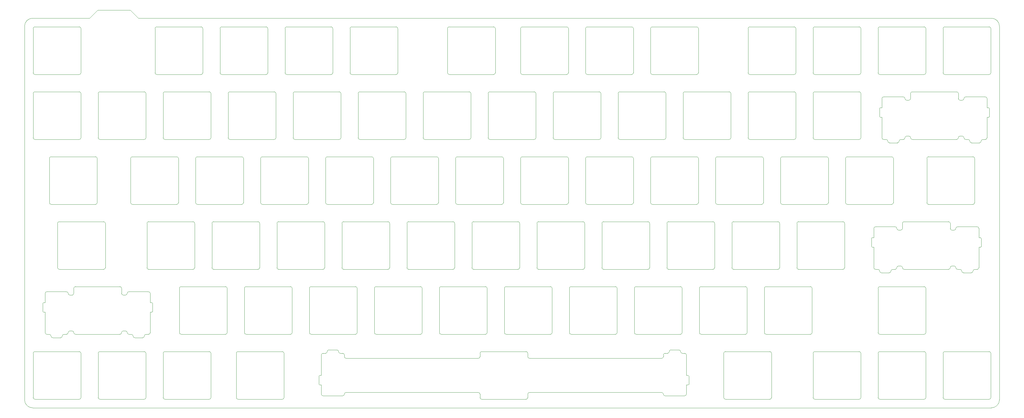
<source format=gm1>
G04 #@! TF.GenerationSoftware,KiCad,Pcbnew,(6.0.5-0)*
G04 #@! TF.CreationDate,2022-07-25T23:23:16+09:00*
G04 #@! TF.ProjectId,top-plate,746f702d-706c-4617-9465-2e6b69636164,rev?*
G04 #@! TF.SameCoordinates,Original*
G04 #@! TF.FileFunction,Profile,NP*
%FSLAX46Y46*%
G04 Gerber Fmt 4.6, Leading zero omitted, Abs format (unit mm)*
G04 Created by KiCad (PCBNEW (6.0.5-0)) date 2022-07-25 23:23:16*
%MOMM*%
%LPD*%
G01*
G04 APERTURE LIST*
G04 #@! TA.AperFunction,Profile*
%ADD10C,0.100000*%
G04 #@! TD*
G04 APERTURE END LIST*
D10*
X40481250Y-19050000D02*
X38100000Y-21431250D01*
X302418750Y-135731250D02*
X21431250Y-135731250D01*
X50006250Y-19050000D02*
X52387500Y-21431250D01*
X40481250Y-19050000D02*
X50006250Y-19050000D01*
X304800050Y-23812500D02*
G75*
G03*
X302418750Y-21431250I-2381350J-100D01*
G01*
X19050000Y-133350000D02*
X19050000Y-23812500D01*
X52387500Y-21431250D02*
X302418750Y-21431250D01*
X21431250Y-21431250D02*
X38100000Y-21431250D01*
X21431250Y-21431250D02*
G75*
G03*
X19050000Y-23812500I0J-2381250D01*
G01*
X19050000Y-133350000D02*
G75*
G03*
X21431250Y-135731250I2381250J0D01*
G01*
X304800000Y-23812500D02*
X304800000Y-133350000D01*
X302418750Y-135731200D02*
G75*
G03*
X304800000Y-133350000I-50J2381300D01*
G01*
X269225000Y-119706250D02*
X269225000Y-132697174D01*
X269725000Y-119206250D02*
X282725000Y-119206250D01*
X269725000Y-133197174D02*
X282725000Y-133206250D01*
X283225000Y-119706250D02*
X283225000Y-132706250D01*
X282725000Y-133206250D02*
G75*
G03*
X283225000Y-132706250I0J500000D01*
G01*
X283225000Y-119706250D02*
G75*
G03*
X282725000Y-119206250I-500000J0D01*
G01*
X269725000Y-119206250D02*
G75*
G03*
X269225000Y-119706250I1J-500001D01*
G01*
X269225000Y-132697174D02*
G75*
G03*
X269725000Y-133197174I500001J1D01*
G01*
X223981250Y-119706250D02*
X223981250Y-132697174D01*
X224481250Y-133197174D02*
X237481250Y-133206250D01*
X224481250Y-119206250D02*
X237481250Y-119206250D01*
X237981250Y-119706250D02*
X237981250Y-132706250D01*
X237481250Y-133206250D02*
G75*
G03*
X237981250Y-132706250I0J500000D01*
G01*
X237981250Y-119706250D02*
G75*
G03*
X237481250Y-119206250I-500000J0D01*
G01*
X224481250Y-119206250D02*
G75*
G03*
X223981250Y-119706250I1J-500001D01*
G01*
X223981250Y-132697174D02*
G75*
G03*
X224481250Y-133197174I500001J1D01*
G01*
X83487500Y-100656250D02*
X83487500Y-113647174D01*
X83987500Y-100156250D02*
X96987500Y-100156250D01*
X97487500Y-100656250D02*
X97487500Y-113656250D01*
X83987500Y-114147174D02*
X96987500Y-114156250D01*
X96987500Y-114156250D02*
G75*
G03*
X97487500Y-113656250I0J500000D01*
G01*
X83487500Y-113647174D02*
G75*
G03*
X83987500Y-114147174I500001J1D01*
G01*
X83987500Y-100156250D02*
G75*
G03*
X83487500Y-100656250I1J-500001D01*
G01*
X97487500Y-100656250D02*
G75*
G03*
X96987500Y-100156250I-500000J0D01*
G01*
X93012500Y-81606250D02*
X93012500Y-94597174D01*
X107012500Y-81606250D02*
X107012500Y-94606250D01*
X93512500Y-81106250D02*
X106512500Y-81106250D01*
X93512500Y-95097174D02*
X106512500Y-95106250D01*
X93512500Y-81106250D02*
G75*
G03*
X93012500Y-81606250I1J-500001D01*
G01*
X106512500Y-95106250D02*
G75*
G03*
X107012500Y-94606250I0J500000D01*
G01*
X107012500Y-81606250D02*
G75*
G03*
X106512500Y-81106250I-500000J0D01*
G01*
X93012500Y-94597174D02*
G75*
G03*
X93512500Y-95097174I500001J1D01*
G01*
X187975000Y-43506250D02*
X187975000Y-56506250D01*
X173975000Y-43506250D02*
X173975000Y-56497174D01*
X174475000Y-43006250D02*
X187475000Y-43006250D01*
X174475000Y-56997174D02*
X187475000Y-57006250D01*
X174475000Y-43006250D02*
G75*
G03*
X173975000Y-43506250I1J-500001D01*
G01*
X187975000Y-43506250D02*
G75*
G03*
X187475000Y-43006250I-500000J0D01*
G01*
X187475000Y-57006250D02*
G75*
G03*
X187975000Y-56506250I0J500000D01*
G01*
X173975000Y-56497174D02*
G75*
G03*
X174475000Y-56997174I500001J1D01*
G01*
X231625000Y-56997174D02*
X244625000Y-57006250D01*
X231625000Y-43006250D02*
X244625000Y-43006250D01*
X231125000Y-43506250D02*
X231125000Y-56497174D01*
X245125000Y-43506250D02*
X245125000Y-56506250D01*
X245125000Y-43506250D02*
G75*
G03*
X244625000Y-43006250I-500000J0D01*
G01*
X231125000Y-56497174D02*
G75*
G03*
X231625000Y-56997174I500001J1D01*
G01*
X244625000Y-57006250D02*
G75*
G03*
X245125000Y-56506250I0J500000D01*
G01*
X231625000Y-43006250D02*
G75*
G03*
X231125000Y-43506250I1J-500001D01*
G01*
X288775000Y-37947174D02*
X301775000Y-37956250D01*
X288775000Y-23956250D02*
X301775000Y-23956250D01*
X288275000Y-24456250D02*
X288275000Y-37447174D01*
X302275000Y-24456250D02*
X302275000Y-37456250D01*
X301775000Y-37956250D02*
G75*
G03*
X302275000Y-37456250I0J500000D01*
G01*
X302275000Y-24456250D02*
G75*
G03*
X301775000Y-23956250I-500000J0D01*
G01*
X288275000Y-37447174D02*
G75*
G03*
X288775000Y-37947174I500001J1D01*
G01*
X288775000Y-23956250D02*
G75*
G03*
X288275000Y-24456250I1J-500001D01*
G01*
X288275000Y-119706250D02*
X288275000Y-132697174D01*
X302275000Y-119706250D02*
X302275000Y-132706250D01*
X288775000Y-133197174D02*
X301775000Y-133206250D01*
X288775000Y-119206250D02*
X301775000Y-119206250D01*
X301775000Y-133206250D02*
G75*
G03*
X302275000Y-132706250I0J500000D01*
G01*
X288275000Y-132697174D02*
G75*
G03*
X288775000Y-133197174I500001J1D01*
G01*
X288775000Y-119206250D02*
G75*
G03*
X288275000Y-119706250I1J-500001D01*
G01*
X302275000Y-119706250D02*
G75*
G03*
X301775000Y-119206250I-500000J0D01*
G01*
X98275000Y-43006250D02*
X111275000Y-43006250D01*
X97775000Y-43506250D02*
X97775000Y-56497174D01*
X111775000Y-43506250D02*
X111775000Y-56506250D01*
X98275000Y-56997174D02*
X111275000Y-57006250D01*
X111275000Y-57006250D02*
G75*
G03*
X111775000Y-56506250I0J500000D01*
G01*
X111775000Y-43506250D02*
G75*
G03*
X111275000Y-43006250I-500000J0D01*
G01*
X98275000Y-43006250D02*
G75*
G03*
X97775000Y-43506250I1J-500001D01*
G01*
X97775000Y-56497174D02*
G75*
G03*
X98275000Y-56997174I500001J1D01*
G01*
X128443750Y-24456250D02*
X128443750Y-37456250D01*
X114943750Y-23956250D02*
X127943750Y-23956250D01*
X114943750Y-37947174D02*
X127943750Y-37956250D01*
X114443750Y-24456250D02*
X114443750Y-37447174D01*
X114443750Y-37447174D02*
G75*
G03*
X114943750Y-37947174I500001J1D01*
G01*
X127943750Y-37956250D02*
G75*
G03*
X128443750Y-37456250I0J500000D01*
G01*
X114943750Y-23956250D02*
G75*
G03*
X114443750Y-24456250I1J-500001D01*
G01*
X128443750Y-24456250D02*
G75*
G03*
X127943750Y-23956250I-500000J0D01*
G01*
X88250000Y-62556250D02*
X88250000Y-75547174D01*
X102250000Y-62556250D02*
X102250000Y-75556250D01*
X88750000Y-76047174D02*
X101750000Y-76056250D01*
X88750000Y-62056250D02*
X101750000Y-62056250D01*
X88250000Y-75547174D02*
G75*
G03*
X88750000Y-76047174I500001J1D01*
G01*
X102250000Y-62556250D02*
G75*
G03*
X101750000Y-62056250I-500000J0D01*
G01*
X88750000Y-62056250D02*
G75*
G03*
X88250000Y-62556250I1J-500001D01*
G01*
X101750000Y-76056250D02*
G75*
G03*
X102250000Y-75556250I0J500000D01*
G01*
X217337500Y-100156250D02*
X230337500Y-100156250D01*
X217337500Y-114147174D02*
X230337500Y-114156250D01*
X216837500Y-100656250D02*
X216837500Y-113647174D01*
X230837500Y-100656250D02*
X230837500Y-113656250D01*
X230337500Y-114156250D02*
G75*
G03*
X230837500Y-113656250I0J500000D01*
G01*
X217337500Y-100156250D02*
G75*
G03*
X216837500Y-100656250I1J-500001D01*
G01*
X216837500Y-113647174D02*
G75*
G03*
X217337500Y-114147174I500001J1D01*
G01*
X230837500Y-100656250D02*
G75*
G03*
X230337500Y-100156250I-500000J0D01*
G01*
X57293750Y-24456250D02*
X57293750Y-37447174D01*
X71293750Y-24456250D02*
X71293750Y-37456250D01*
X57793750Y-37947174D02*
X70793750Y-37956250D01*
X57793750Y-23956250D02*
X70793750Y-23956250D01*
X57793750Y-23956250D02*
G75*
G03*
X57293750Y-24456250I1J-500001D01*
G01*
X70793750Y-37956250D02*
G75*
G03*
X71293750Y-37456250I0J500000D01*
G01*
X57293750Y-37447174D02*
G75*
G03*
X57793750Y-37947174I500001J1D01*
G01*
X71293750Y-24456250D02*
G75*
G03*
X70793750Y-23956250I-500000J0D01*
G01*
X168925000Y-43506250D02*
X168925000Y-56506250D01*
X155425000Y-43006250D02*
X168425000Y-43006250D01*
X155425000Y-56997174D02*
X168425000Y-57006250D01*
X154925000Y-43506250D02*
X154925000Y-56497174D01*
X154925000Y-56497174D02*
G75*
G03*
X155425000Y-56997174I500001J1D01*
G01*
X168925000Y-43506250D02*
G75*
G03*
X168425000Y-43006250I-500000J0D01*
G01*
X155425000Y-43006250D02*
G75*
G03*
X154925000Y-43506250I1J-500001D01*
G01*
X168425000Y-57006250D02*
G75*
G03*
X168925000Y-56506250I0J500000D01*
G01*
X141137500Y-100156250D02*
X154137500Y-100156250D01*
X140637500Y-100656250D02*
X140637500Y-113647174D01*
X141137500Y-114147174D02*
X154137500Y-114156250D01*
X154637500Y-100656250D02*
X154637500Y-113656250D01*
X154137500Y-114156250D02*
G75*
G03*
X154637500Y-113656250I0J500000D01*
G01*
X141137500Y-100156250D02*
G75*
G03*
X140637500Y-100656250I1J-500001D01*
G01*
X140637500Y-113647174D02*
G75*
G03*
X141137500Y-114147174I500001J1D01*
G01*
X154637500Y-100656250D02*
G75*
G03*
X154137500Y-100156250I-500000J0D01*
G01*
X226862500Y-95097174D02*
X239862500Y-95106250D01*
X226862500Y-81106250D02*
X239862500Y-81106250D01*
X226362500Y-81606250D02*
X226362500Y-94597174D01*
X240362500Y-81606250D02*
X240362500Y-94606250D01*
X226362500Y-94597174D02*
G75*
G03*
X226862500Y-95097174I500001J1D01*
G01*
X240362500Y-81606250D02*
G75*
G03*
X239862500Y-81106250I-500000J0D01*
G01*
X239862500Y-95106250D02*
G75*
G03*
X240362500Y-94606250I0J500000D01*
G01*
X226862500Y-81106250D02*
G75*
G03*
X226362500Y-81606250I1J-500001D01*
G01*
X250675000Y-119206250D02*
X263675000Y-119206250D01*
X250675000Y-133197174D02*
X263675000Y-133206250D01*
X264175000Y-119706250D02*
X264175000Y-132706250D01*
X250175000Y-119706250D02*
X250175000Y-132697174D01*
X263675000Y-133206250D02*
G75*
G03*
X264175000Y-132706250I0J500000D01*
G01*
X264175000Y-119706250D02*
G75*
G03*
X263675000Y-119206250I-500000J0D01*
G01*
X250675000Y-119206250D02*
G75*
G03*
X250175000Y-119706250I1J-500001D01*
G01*
X250175000Y-132697174D02*
G75*
G03*
X250675000Y-133197174I500001J1D01*
G01*
X169712500Y-95097174D02*
X182712500Y-95106250D01*
X169712500Y-81106250D02*
X182712500Y-81106250D01*
X183212500Y-81606250D02*
X183212500Y-94606250D01*
X169212500Y-81606250D02*
X169212500Y-94597174D01*
X183212500Y-81606250D02*
G75*
G03*
X182712500Y-81106250I-500000J0D01*
G01*
X182712500Y-95106250D02*
G75*
G03*
X183212500Y-94606250I0J500000D01*
G01*
X169712500Y-81106250D02*
G75*
G03*
X169212500Y-81606250I1J-500001D01*
G01*
X169212500Y-94597174D02*
G75*
G03*
X169712500Y-95097174I500001J1D01*
G01*
X231625000Y-23956250D02*
X244625000Y-23956250D01*
X245125000Y-24456250D02*
X245125000Y-37456250D01*
X231625000Y-37947174D02*
X244625000Y-37956250D01*
X231125000Y-24456250D02*
X231125000Y-37447174D01*
X231625000Y-23956250D02*
G75*
G03*
X231125000Y-24456250I1J-500001D01*
G01*
X231125000Y-37447174D02*
G75*
G03*
X231625000Y-37947174I500001J1D01*
G01*
X245125000Y-24456250D02*
G75*
G03*
X244625000Y-23956250I-500000J0D01*
G01*
X244625000Y-37956250D02*
G75*
G03*
X245125000Y-37456250I0J500000D01*
G01*
X145900000Y-62056250D02*
X158900000Y-62056250D01*
X145400000Y-62556250D02*
X145400000Y-75547174D01*
X159400000Y-62556250D02*
X159400000Y-75556250D01*
X145900000Y-76047174D02*
X158900000Y-76056250D01*
X145400000Y-75547174D02*
G75*
G03*
X145900000Y-76047174I500001J1D01*
G01*
X159400000Y-62556250D02*
G75*
G03*
X158900000Y-62056250I-500000J0D01*
G01*
X158900000Y-76056250D02*
G75*
G03*
X159400000Y-75556250I0J500000D01*
G01*
X145900000Y-62056250D02*
G75*
G03*
X145400000Y-62556250I1J-500001D01*
G01*
X267968749Y-88606237D02*
X267968749Y-94606237D01*
X291518749Y-83606237D02*
X290868749Y-83606237D01*
X296543749Y-96106237D02*
X294243749Y-96106237D01*
X290368749Y-81606237D02*
X290368749Y-83106237D01*
X267968749Y-83106237D02*
X267968749Y-85806237D01*
X275218749Y-83606237D02*
X275868749Y-83606237D01*
X276868749Y-81106237D02*
X289868749Y-81106237D01*
X270193749Y-96106237D02*
X272493749Y-96106237D01*
X298768749Y-83106237D02*
X298768749Y-85806237D01*
X276868749Y-95106237D02*
X289868749Y-95106237D01*
X299468749Y-86006237D02*
X299468749Y-88406237D01*
X298768749Y-88606237D02*
X298768749Y-94606237D01*
X268468749Y-95106237D02*
X269193749Y-95106237D01*
X298268749Y-95106237D02*
X297543749Y-95106237D01*
X298268749Y-82606237D02*
X292518749Y-82606237D01*
X273493749Y-95106237D02*
X274218749Y-95106237D01*
X267268749Y-86006237D02*
X267268749Y-88406237D01*
X291518749Y-94106237D02*
X290868749Y-94106237D01*
X299268749Y-88606237D02*
X298768749Y-88606237D01*
X268468749Y-82606237D02*
X274218749Y-82606237D01*
X267468749Y-85806237D02*
X267968749Y-85806237D01*
X275218749Y-94106237D02*
X275868749Y-94106237D01*
X299268749Y-85806237D02*
X298768749Y-85806237D01*
X293243749Y-95106237D02*
X292518749Y-95106237D01*
X267468749Y-88606237D02*
X267968749Y-88606237D01*
X276368749Y-81606237D02*
X276368749Y-83106237D01*
X276868749Y-81106237D02*
G75*
G03*
X276368749Y-81606237I1J-500001D01*
G01*
X290368763Y-83106237D02*
G75*
G03*
X290868749Y-83606237I499987J-13D01*
G01*
X274718749Y-83106237D02*
G75*
G03*
X274218749Y-82606237I-500001J-1D01*
G01*
X292518749Y-82606249D02*
G75*
G03*
X292018749Y-83106237I1J-500001D01*
G01*
X298268749Y-95106249D02*
G75*
G03*
X298768749Y-94606237I1J499999D01*
G01*
X267468749Y-85806237D02*
G75*
G03*
X267268749Y-86006237I1J-200001D01*
G01*
X269693749Y-95606237D02*
G75*
G03*
X269193749Y-95106237I-500001J-1D01*
G01*
X267268749Y-88406237D02*
G75*
G03*
X267468749Y-88606237I200001J1D01*
G01*
X290368763Y-81606237D02*
G75*
G03*
X289868749Y-81106237I-500013J-13D01*
G01*
X274718749Y-83106237D02*
G75*
G03*
X275218749Y-83606237I500001J1D01*
G01*
X273493749Y-95106237D02*
G75*
G03*
X272993749Y-95606237I1J-500001D01*
G01*
X293743763Y-95606237D02*
G75*
G03*
X293243749Y-95106237I-500013J-13D01*
G01*
X275868749Y-83606237D02*
G75*
G03*
X276368749Y-83106237I-1J500001D01*
G01*
X289868749Y-95106249D02*
G75*
G03*
X290368749Y-94606237I1J499999D01*
G01*
X298768763Y-83106237D02*
G75*
G03*
X298268749Y-82606237I-500013J-13D01*
G01*
X296543749Y-96106249D02*
G75*
G03*
X297043749Y-95606237I1J499999D01*
G01*
X269693749Y-95606237D02*
G75*
G03*
X270193749Y-96106237I500001J1D01*
G01*
X275218749Y-94106237D02*
G75*
G03*
X274718749Y-94606237I1J-500001D01*
G01*
X274218749Y-95106237D02*
G75*
G03*
X274718749Y-94606237I-1J500001D01*
G01*
X290868749Y-94106249D02*
G75*
G03*
X290368749Y-94606237I1J-500001D01*
G01*
X268468749Y-82606237D02*
G75*
G03*
X267968749Y-83106237I1J-500001D01*
G01*
X299268749Y-88606249D02*
G75*
G03*
X299468749Y-88406237I1J199999D01*
G01*
X272493749Y-96106237D02*
G75*
G03*
X272993749Y-95606237I-1J500001D01*
G01*
X292018763Y-94606237D02*
G75*
G03*
X292518749Y-95106237I499987J-13D01*
G01*
X297543749Y-95106249D02*
G75*
G03*
X297043749Y-95606237I1J-500001D01*
G01*
X267968749Y-94606237D02*
G75*
G03*
X268468749Y-95106237I500001J1D01*
G01*
X276368749Y-94606237D02*
G75*
G03*
X275868749Y-94106237I-500001J-1D01*
G01*
X292018763Y-94606237D02*
G75*
G03*
X291518749Y-94106237I-500013J-13D01*
G01*
X291518749Y-83606249D02*
G75*
G03*
X292018749Y-83106237I1J499999D01*
G01*
X276368749Y-94606237D02*
G75*
G03*
X276868749Y-95106237I500001J1D01*
G01*
X299468763Y-86006237D02*
G75*
G03*
X299268749Y-85806237I-200013J-13D01*
G01*
X293743763Y-95606237D02*
G75*
G03*
X294243749Y-96106237I499987J-13D01*
G01*
X150162500Y-81606250D02*
X150162500Y-94597174D01*
X150662500Y-81106250D02*
X163662500Y-81106250D01*
X150662500Y-95097174D02*
X163662500Y-95106250D01*
X164162500Y-81606250D02*
X164162500Y-94606250D01*
X163662500Y-95106250D02*
G75*
G03*
X164162500Y-94606250I0J500000D01*
G01*
X164162500Y-81606250D02*
G75*
G03*
X163662500Y-81106250I-500000J0D01*
G01*
X150162500Y-94597174D02*
G75*
G03*
X150662500Y-95097174I500001J1D01*
G01*
X150662500Y-81106250D02*
G75*
G03*
X150162500Y-81606250I1J-500001D01*
G01*
X92725000Y-43506250D02*
X92725000Y-56506250D01*
X79225000Y-43006250D02*
X92225000Y-43006250D01*
X79225000Y-56997174D02*
X92225000Y-57006250D01*
X78725000Y-43506250D02*
X78725000Y-56497174D01*
X78725000Y-56497174D02*
G75*
G03*
X79225000Y-56997174I500001J1D01*
G01*
X79225000Y-43006250D02*
G75*
G03*
X78725000Y-43506250I1J-500001D01*
G01*
X92225000Y-57006250D02*
G75*
G03*
X92725000Y-56506250I0J500000D01*
G01*
X92725000Y-43506250D02*
G75*
G03*
X92225000Y-43006250I-500000J0D01*
G01*
X21575000Y-24456250D02*
X21575000Y-37447174D01*
X35575000Y-24456250D02*
X35575000Y-37456250D01*
X22075000Y-23956250D02*
X35075000Y-23956250D01*
X22075000Y-37947174D02*
X35075000Y-37956250D01*
X22075000Y-23956250D02*
G75*
G03*
X21575000Y-24456250I1J-500001D01*
G01*
X35075000Y-37956250D02*
G75*
G03*
X35575000Y-37456250I0J500000D01*
G01*
X35575000Y-24456250D02*
G75*
G03*
X35075000Y-23956250I-500000J0D01*
G01*
X21575000Y-37447174D02*
G75*
G03*
X22075000Y-37947174I500001J1D01*
G01*
X95393750Y-24456250D02*
X95393750Y-37447174D01*
X95893750Y-23956250D02*
X108893750Y-23956250D01*
X95893750Y-37947174D02*
X108893750Y-37956250D01*
X109393750Y-24456250D02*
X109393750Y-37456250D01*
X95893750Y-23956250D02*
G75*
G03*
X95393750Y-24456250I1J-500001D01*
G01*
X109393750Y-24456250D02*
G75*
G03*
X108893750Y-23956250I-500000J0D01*
G01*
X108893750Y-37956250D02*
G75*
G03*
X109393750Y-37456250I0J500000D01*
G01*
X95393750Y-37447174D02*
G75*
G03*
X95893750Y-37947174I500001J1D01*
G01*
X73675000Y-119706250D02*
X73675000Y-132706250D01*
X60175000Y-133197174D02*
X73175000Y-133206250D01*
X60175000Y-119206250D02*
X73175000Y-119206250D01*
X59675000Y-119706250D02*
X59675000Y-132697174D01*
X60175000Y-119206250D02*
G75*
G03*
X59675000Y-119706250I1J-500001D01*
G01*
X73175000Y-133206250D02*
G75*
G03*
X73675000Y-132706250I0J500000D01*
G01*
X59675000Y-132697174D02*
G75*
G03*
X60175000Y-133197174I500001J1D01*
G01*
X73675000Y-119706250D02*
G75*
G03*
X73175000Y-119206250I-500000J0D01*
G01*
X40337500Y-62556250D02*
X40337500Y-75556250D01*
X26337500Y-62556250D02*
X26337500Y-75547174D01*
X26837500Y-76047174D02*
X39837500Y-76056250D01*
X26837500Y-62056250D02*
X39837500Y-62056250D01*
X40337500Y-62556250D02*
G75*
G03*
X39837500Y-62056250I-500000J0D01*
G01*
X26837500Y-62056250D02*
G75*
G03*
X26337500Y-62556250I1J-500001D01*
G01*
X39837500Y-76056250D02*
G75*
G03*
X40337500Y-75556250I0J500000D01*
G01*
X26337500Y-75547174D02*
G75*
G03*
X26837500Y-76047174I500001J1D01*
G01*
X126850000Y-62056250D02*
X139850000Y-62056250D01*
X126350000Y-62556250D02*
X126350000Y-75547174D01*
X140350000Y-62556250D02*
X140350000Y-75556250D01*
X126850000Y-76047174D02*
X139850000Y-76056250D01*
X126350000Y-75547174D02*
G75*
G03*
X126850000Y-76047174I500001J1D01*
G01*
X126850000Y-62056250D02*
G75*
G03*
X126350000Y-62556250I1J-500001D01*
G01*
X139850000Y-76056250D02*
G75*
G03*
X140350000Y-75556250I0J500000D01*
G01*
X140350000Y-62556250D02*
G75*
G03*
X139850000Y-62056250I-500000J0D01*
G01*
X81606250Y-119206250D02*
X94606250Y-119206250D01*
X95106250Y-119706250D02*
X95106250Y-132706250D01*
X81106250Y-119706250D02*
X81106250Y-132697174D01*
X81606250Y-133197174D02*
X94606250Y-133206250D01*
X81606250Y-119206250D02*
G75*
G03*
X81106250Y-119706250I1J-500001D01*
G01*
X94606250Y-133206250D02*
G75*
G03*
X95106250Y-132706250I0J500000D01*
G01*
X81106250Y-132697174D02*
G75*
G03*
X81606250Y-133197174I500001J1D01*
G01*
X95106250Y-119706250D02*
G75*
G03*
X94606250Y-119206250I-500000J0D01*
G01*
X126062500Y-81606250D02*
X126062500Y-94606250D01*
X112562500Y-95097174D02*
X125562500Y-95106250D01*
X112062500Y-81606250D02*
X112062500Y-94597174D01*
X112562500Y-81106250D02*
X125562500Y-81106250D01*
X112562500Y-81106250D02*
G75*
G03*
X112062500Y-81606250I1J-500001D01*
G01*
X125562500Y-95106250D02*
G75*
G03*
X126062500Y-94606250I0J500000D01*
G01*
X126062500Y-81606250D02*
G75*
G03*
X125562500Y-81106250I-500000J0D01*
G01*
X112062500Y-94597174D02*
G75*
G03*
X112562500Y-95097174I500001J1D01*
G01*
X29218750Y-95097174D02*
X42218750Y-95106250D01*
X42718750Y-81606250D02*
X42718750Y-94606250D01*
X28718750Y-81606250D02*
X28718750Y-94597174D01*
X29218750Y-81106250D02*
X42218750Y-81106250D01*
X29218750Y-81106250D02*
G75*
G03*
X28718750Y-81606250I1J-500001D01*
G01*
X28718750Y-94597174D02*
G75*
G03*
X29218750Y-95097174I500001J1D01*
G01*
X42218750Y-95106250D02*
G75*
G03*
X42718750Y-94606250I0J500000D01*
G01*
X42718750Y-81606250D02*
G75*
G03*
X42218750Y-81106250I-500000J0D01*
G01*
X183500000Y-62556250D02*
X183500000Y-75547174D01*
X197500000Y-62556250D02*
X197500000Y-75556250D01*
X184000000Y-62056250D02*
X197000000Y-62056250D01*
X184000000Y-76047174D02*
X197000000Y-76056250D01*
X183500000Y-75547174D02*
G75*
G03*
X184000000Y-76047174I500001J1D01*
G01*
X197500000Y-62556250D02*
G75*
G03*
X197000000Y-62056250I-500000J0D01*
G01*
X184000000Y-62056250D02*
G75*
G03*
X183500000Y-62556250I1J-500001D01*
G01*
X197000000Y-76056250D02*
G75*
G03*
X197500000Y-75556250I0J500000D01*
G01*
X152044078Y-121206243D02*
X113293750Y-121206250D01*
X205793750Y-121206250D02*
X167043750Y-121206250D01*
X212543750Y-132206250D02*
X206793750Y-132206250D01*
X206293750Y-120206250D02*
X206293750Y-120706250D01*
X106043750Y-126206250D02*
X106043750Y-120206250D01*
X105543750Y-129006250D02*
X106043750Y-129006250D01*
X152544078Y-120706243D02*
X152544078Y-119706243D01*
X205793750Y-131206250D02*
X167043750Y-131206250D01*
X212543750Y-119706250D02*
X211818750Y-119706250D01*
X111568750Y-119706250D02*
X112293750Y-119706250D01*
X210818750Y-118706250D02*
X208518750Y-118706250D01*
X166043750Y-133206250D02*
X153043750Y-133206250D01*
X213543750Y-129006250D02*
X213043750Y-129006250D01*
X166043750Y-119206250D02*
X153044078Y-119206243D01*
X213043750Y-131706250D02*
X213043750Y-129006250D01*
X166543750Y-132706250D02*
X166543750Y-131706250D01*
X213543750Y-126206250D02*
X213043750Y-126206250D01*
X112793750Y-120706250D02*
X112793750Y-120206250D01*
X213743750Y-128806250D02*
X213743750Y-126406250D01*
X106543750Y-119706250D02*
X107268750Y-119706250D01*
X105543750Y-126206250D02*
X106043750Y-126206250D01*
X106543750Y-132206250D02*
X112293750Y-132206250D01*
X152043750Y-131206250D02*
X113293750Y-131206250D01*
X207518750Y-119706250D02*
X206793750Y-119706250D01*
X213043750Y-126206250D02*
X213043750Y-120206250D01*
X105343750Y-128806250D02*
X105343750Y-126406250D01*
X152543750Y-132706250D02*
X152543750Y-131706250D01*
X108268750Y-118706250D02*
X110568750Y-118706250D01*
X106043750Y-131706250D02*
X106043750Y-129006250D01*
X166543750Y-120706250D02*
X166543750Y-119706250D01*
X107268750Y-119706250D02*
G75*
G03*
X107768750Y-119206250I0J500000D01*
G01*
X166043750Y-133206250D02*
G75*
G03*
X166543750Y-132706250I-1J500001D01*
G01*
X152543750Y-132706250D02*
G75*
G03*
X153043750Y-133206250I500000J0D01*
G01*
X105343750Y-128806250D02*
G75*
G03*
X105543750Y-129006250I200000J0D01*
G01*
X213543750Y-129006250D02*
G75*
G03*
X213743750Y-128806250I-1J200001D01*
G01*
X166543750Y-120706250D02*
G75*
G03*
X167043750Y-121206250I500001J1D01*
G01*
X166543750Y-119706250D02*
G75*
G03*
X166043750Y-119206250I-500001J-1D01*
G01*
X112793750Y-120206250D02*
G75*
G03*
X112293750Y-119706250I-500000J0D01*
G01*
X211318750Y-119206250D02*
G75*
G03*
X211818750Y-119706250I500001J1D01*
G01*
X106043750Y-131706250D02*
G75*
G03*
X106543750Y-132206250I500000J0D01*
G01*
X105543750Y-126206250D02*
G75*
G03*
X105343750Y-126406250I0J-200000D01*
G01*
X112793750Y-120706250D02*
G75*
G03*
X113293750Y-121206250I500000J0D01*
G01*
X111068750Y-119206250D02*
G75*
G03*
X110568750Y-118706250I-500000J0D01*
G01*
X111068750Y-119206250D02*
G75*
G03*
X111568750Y-119706250I500000J0D01*
G01*
X211318750Y-119206250D02*
G75*
G03*
X210818750Y-118706250I-500001J-1D01*
G01*
X206293750Y-131706250D02*
G75*
G03*
X205793750Y-131206250I-500001J-1D01*
G01*
X113293750Y-131206250D02*
G75*
G03*
X112793750Y-131706250I0J-500000D01*
G01*
X208518750Y-118706250D02*
G75*
G03*
X208018750Y-119206250I1J-500001D01*
G01*
X213743750Y-126406250D02*
G75*
G03*
X213543750Y-126206250I-200001J-1D01*
G01*
X206293750Y-131706250D02*
G75*
G03*
X206793750Y-132206250I500001J1D01*
G01*
X106543750Y-119706250D02*
G75*
G03*
X106043750Y-120206250I0J-500000D01*
G01*
X167043750Y-131206250D02*
G75*
G03*
X166543750Y-131706250I1J-500001D01*
G01*
X213043750Y-120206250D02*
G75*
G03*
X212543750Y-119706250I-500001J-1D01*
G01*
X153044078Y-119206248D02*
G75*
G03*
X152544078Y-119706243I32J-500032D01*
G01*
X152543750Y-131706250D02*
G75*
G03*
X152043750Y-131206250I-500000J0D01*
G01*
X205793750Y-121206250D02*
G75*
G03*
X206293750Y-120706250I-1J500001D01*
G01*
X108268750Y-118706250D02*
G75*
G03*
X107768750Y-119206250I0J-500000D01*
G01*
X152044078Y-121206248D02*
G75*
G03*
X152544078Y-120706243I32J499968D01*
G01*
X212543750Y-132206250D02*
G75*
G03*
X213043750Y-131706250I-1J500001D01*
G01*
X112293750Y-132206250D02*
G75*
G03*
X112793750Y-131706250I0J500000D01*
G01*
X207518750Y-119706250D02*
G75*
G03*
X208018750Y-119206250I-1J500001D01*
G01*
X206793750Y-119706250D02*
G75*
G03*
X206293750Y-120206250I1J-500001D01*
G01*
X245912500Y-95097174D02*
X258912500Y-95106250D01*
X259412500Y-81606250D02*
X259412500Y-94606250D01*
X245412500Y-81606250D02*
X245412500Y-94597174D01*
X245912500Y-81106250D02*
X258912500Y-81106250D01*
X245412500Y-94597174D02*
G75*
G03*
X245912500Y-95097174I500001J1D01*
G01*
X259412500Y-81606250D02*
G75*
G03*
X258912500Y-81106250I-500000J0D01*
G01*
X258912500Y-95106250D02*
G75*
G03*
X259412500Y-94606250I0J500000D01*
G01*
X245912500Y-81106250D02*
G75*
G03*
X245412500Y-81606250I1J-500001D01*
G01*
X69200000Y-62556250D02*
X69200000Y-75547174D01*
X69700000Y-76047174D02*
X82700000Y-76056250D01*
X69700000Y-62056250D02*
X82700000Y-62056250D01*
X83200000Y-62556250D02*
X83200000Y-75556250D01*
X69700000Y-62056250D02*
G75*
G03*
X69200000Y-62556250I1J-500001D01*
G01*
X83200000Y-62556250D02*
G75*
G03*
X82700000Y-62056250I-500000J0D01*
G01*
X69200000Y-75547174D02*
G75*
G03*
X69700000Y-76047174I500001J1D01*
G01*
X82700000Y-76056250D02*
G75*
G03*
X83200000Y-75556250I0J500000D01*
G01*
X131612500Y-95097174D02*
X144612500Y-95106250D01*
X131112500Y-81606250D02*
X131112500Y-94597174D01*
X145112500Y-81606250D02*
X145112500Y-94606250D01*
X131612500Y-81106250D02*
X144612500Y-81106250D01*
X145112500Y-81606250D02*
G75*
G03*
X144612500Y-81106250I-500000J0D01*
G01*
X144612500Y-95106250D02*
G75*
G03*
X145112500Y-94606250I0J500000D01*
G01*
X131112500Y-94597174D02*
G75*
G03*
X131612500Y-95097174I500001J1D01*
G01*
X131612500Y-81106250D02*
G75*
G03*
X131112500Y-81606250I1J-500001D01*
G01*
X198287500Y-114147174D02*
X211287500Y-114156250D01*
X197787500Y-100656250D02*
X197787500Y-113647174D01*
X198287500Y-100156250D02*
X211287500Y-100156250D01*
X211787500Y-100656250D02*
X211787500Y-113656250D01*
X211287500Y-114156250D02*
G75*
G03*
X211787500Y-113656250I0J500000D01*
G01*
X197787500Y-113647174D02*
G75*
G03*
X198287500Y-114147174I500001J1D01*
G01*
X211787500Y-100656250D02*
G75*
G03*
X211287500Y-100156250I-500000J0D01*
G01*
X198287500Y-100156250D02*
G75*
G03*
X197787500Y-100656250I1J-500001D01*
G01*
X178737500Y-100656250D02*
X178737500Y-113647174D01*
X192737500Y-100656250D02*
X192737500Y-113656250D01*
X179237500Y-100156250D02*
X192237500Y-100156250D01*
X179237500Y-114147174D02*
X192237500Y-114156250D01*
X179237500Y-100156250D02*
G75*
G03*
X178737500Y-100656250I1J-500001D01*
G01*
X192237500Y-114156250D02*
G75*
G03*
X192737500Y-113656250I0J500000D01*
G01*
X178737500Y-113647174D02*
G75*
G03*
X179237500Y-114147174I500001J1D01*
G01*
X192737500Y-100656250D02*
G75*
G03*
X192237500Y-100156250I-500000J0D01*
G01*
X22075000Y-119206250D02*
X35075000Y-119206250D01*
X21575000Y-119706250D02*
X21575000Y-132697174D01*
X35575000Y-119706250D02*
X35575000Y-132706250D01*
X22075000Y-133197174D02*
X35075000Y-133206250D01*
X22075000Y-119206250D02*
G75*
G03*
X21575000Y-119706250I1J-500001D01*
G01*
X35575000Y-119706250D02*
G75*
G03*
X35075000Y-119206250I-500000J0D01*
G01*
X35075000Y-133206250D02*
G75*
G03*
X35575000Y-132706250I0J500000D01*
G01*
X21575000Y-132697174D02*
G75*
G03*
X22075000Y-133197174I500001J1D01*
G01*
X269725000Y-114147174D02*
X282725000Y-114156250D01*
X283225000Y-100656250D02*
X283225000Y-113656250D01*
X269225000Y-100656250D02*
X269225000Y-113647174D01*
X269725000Y-100156250D02*
X282725000Y-100156250D01*
X269725000Y-100156250D02*
G75*
G03*
X269225000Y-100656250I1J-500001D01*
G01*
X269225000Y-113647174D02*
G75*
G03*
X269725000Y-114147174I500001J1D01*
G01*
X282725000Y-114156250D02*
G75*
G03*
X283225000Y-113656250I0J500000D01*
G01*
X283225000Y-100656250D02*
G75*
G03*
X282725000Y-100156250I-500000J0D01*
G01*
X76843750Y-37947174D02*
X89843750Y-37956250D01*
X90343750Y-24456250D02*
X90343750Y-37456250D01*
X76343750Y-24456250D02*
X76343750Y-37447174D01*
X76843750Y-23956250D02*
X89843750Y-23956250D01*
X76343750Y-37447174D02*
G75*
G03*
X76843750Y-37947174I500001J1D01*
G01*
X90343750Y-24456250D02*
G75*
G03*
X89843750Y-23956250I-500000J0D01*
G01*
X76843750Y-23956250D02*
G75*
G03*
X76343750Y-24456250I1J-500001D01*
G01*
X89843750Y-37956250D02*
G75*
G03*
X90343750Y-37456250I0J500000D01*
G01*
X222100000Y-76047174D02*
X235100000Y-76056250D01*
X222100000Y-62056250D02*
X235100000Y-62056250D01*
X235600000Y-62556250D02*
X235600000Y-75556250D01*
X221600000Y-62556250D02*
X221600000Y-75547174D01*
X221600000Y-75547174D02*
G75*
G03*
X222100000Y-76047174I500001J1D01*
G01*
X235600000Y-62556250D02*
G75*
G03*
X235100000Y-62056250I-500000J0D01*
G01*
X222100000Y-62056250D02*
G75*
G03*
X221600000Y-62556250I1J-500001D01*
G01*
X235100000Y-76056250D02*
G75*
G03*
X235600000Y-75556250I0J500000D01*
G01*
X260200000Y-76047174D02*
X273200000Y-76056250D01*
X259700000Y-62556250D02*
X259700000Y-75547174D01*
X273700000Y-62556250D02*
X273700000Y-75556250D01*
X260200000Y-62056250D02*
X273200000Y-62056250D01*
X260200000Y-62056250D02*
G75*
G03*
X259700000Y-62556250I1J-500001D01*
G01*
X273700000Y-62556250D02*
G75*
G03*
X273200000Y-62056250I-500000J0D01*
G01*
X259700000Y-75547174D02*
G75*
G03*
X260200000Y-76047174I500001J1D01*
G01*
X273200000Y-76056250D02*
G75*
G03*
X273700000Y-75556250I0J500000D01*
G01*
X164950000Y-37947174D02*
X177950000Y-37956250D01*
X164450000Y-24456250D02*
X164450000Y-37447174D01*
X164950000Y-23956250D02*
X177950000Y-23956250D01*
X178450000Y-24456250D02*
X178450000Y-37456250D01*
X177950000Y-37956250D02*
G75*
G03*
X178450000Y-37456250I0J500000D01*
G01*
X164950000Y-23956250D02*
G75*
G03*
X164450000Y-24456250I1J-500001D01*
G01*
X164450000Y-37447174D02*
G75*
G03*
X164950000Y-37947174I500001J1D01*
G01*
X178450000Y-24456250D02*
G75*
G03*
X177950000Y-23956250I-500000J0D01*
G01*
X193025000Y-43506250D02*
X193025000Y-56497174D01*
X207025000Y-43506250D02*
X207025000Y-56506250D01*
X193525000Y-43006250D02*
X206525000Y-43006250D01*
X193525000Y-56997174D02*
X206525000Y-57006250D01*
X193025000Y-56497174D02*
G75*
G03*
X193525000Y-56997174I500001J1D01*
G01*
X193525000Y-43006250D02*
G75*
G03*
X193025000Y-43506250I1J-500001D01*
G01*
X207025000Y-43506250D02*
G75*
G03*
X206525000Y-43006250I-500000J0D01*
G01*
X206525000Y-57006250D02*
G75*
G03*
X207025000Y-56506250I0J500000D01*
G01*
X188262500Y-81606250D02*
X188262500Y-94597174D01*
X188762500Y-81106250D02*
X201762500Y-81106250D01*
X202262500Y-81606250D02*
X202262500Y-94606250D01*
X188762500Y-95097174D02*
X201762500Y-95106250D01*
X202262500Y-81606250D02*
G75*
G03*
X201762500Y-81106250I-500000J0D01*
G01*
X188762500Y-81106250D02*
G75*
G03*
X188262500Y-81606250I1J-500001D01*
G01*
X201762500Y-95106250D02*
G75*
G03*
X202262500Y-94606250I0J500000D01*
G01*
X188262500Y-94597174D02*
G75*
G03*
X188762500Y-95097174I500001J1D01*
G01*
X221312500Y-81606250D02*
X221312500Y-94606250D01*
X207812500Y-95097174D02*
X220812500Y-95106250D01*
X207312500Y-81606250D02*
X207312500Y-94597174D01*
X207812500Y-81106250D02*
X220812500Y-81106250D01*
X221312500Y-81606250D02*
G75*
G03*
X220812500Y-81106250I-500000J0D01*
G01*
X207312500Y-94597174D02*
G75*
G03*
X207812500Y-95097174I500001J1D01*
G01*
X220812500Y-95106250D02*
G75*
G03*
X221312500Y-94606250I0J500000D01*
G01*
X207812500Y-81106250D02*
G75*
G03*
X207312500Y-81606250I1J-500001D01*
G01*
X212575000Y-56997174D02*
X225575000Y-57006250D01*
X212575000Y-43006250D02*
X225575000Y-43006250D01*
X226075000Y-43506250D02*
X226075000Y-56506250D01*
X212075000Y-43506250D02*
X212075000Y-56497174D01*
X212075000Y-56497174D02*
G75*
G03*
X212575000Y-56997174I500001J1D01*
G01*
X225575000Y-57006250D02*
G75*
G03*
X226075000Y-56506250I0J500000D01*
G01*
X212575000Y-43006250D02*
G75*
G03*
X212075000Y-43506250I1J-500001D01*
G01*
X226075000Y-43506250D02*
G75*
G03*
X225575000Y-43006250I-500000J0D01*
G01*
X64437500Y-100656250D02*
X64437500Y-113647174D01*
X78437500Y-100656250D02*
X78437500Y-113656250D01*
X64937500Y-100156250D02*
X77937500Y-100156250D01*
X64937500Y-114147174D02*
X77937500Y-114156250D01*
X64937500Y-100156250D02*
G75*
G03*
X64437500Y-100656250I1J-500001D01*
G01*
X77937500Y-114156250D02*
G75*
G03*
X78437500Y-113656250I0J500000D01*
G01*
X64437500Y-113647174D02*
G75*
G03*
X64937500Y-114147174I500001J1D01*
G01*
X78437500Y-100656250D02*
G75*
G03*
X77937500Y-100156250I-500000J0D01*
G01*
X121587500Y-100656250D02*
X121587500Y-113647174D01*
X135587500Y-100656250D02*
X135587500Y-113656250D01*
X122087500Y-114147174D02*
X135087500Y-114156250D01*
X122087500Y-100156250D02*
X135087500Y-100156250D01*
X121587500Y-113647174D02*
G75*
G03*
X122087500Y-114147174I500001J1D01*
G01*
X135087500Y-114156250D02*
G75*
G03*
X135587500Y-113656250I0J500000D01*
G01*
X122087500Y-100156250D02*
G75*
G03*
X121587500Y-100656250I1J-500001D01*
G01*
X135587500Y-100656250D02*
G75*
G03*
X135087500Y-100156250I-500000J0D01*
G01*
X283225000Y-24456250D02*
X283225000Y-37456250D01*
X269725000Y-23956250D02*
X282725000Y-23956250D01*
X269225000Y-24456250D02*
X269225000Y-37447174D01*
X269725000Y-37947174D02*
X282725000Y-37956250D01*
X282725000Y-37956250D02*
G75*
G03*
X283225000Y-37456250I0J500000D01*
G01*
X269225000Y-37447174D02*
G75*
G03*
X269725000Y-37947174I500001J1D01*
G01*
X283225000Y-24456250D02*
G75*
G03*
X282725000Y-23956250I-500000J0D01*
G01*
X269725000Y-23956250D02*
G75*
G03*
X269225000Y-24456250I1J-500001D01*
G01*
X35575000Y-43506250D02*
X35575000Y-56506250D01*
X22075000Y-43006250D02*
X35075000Y-43006250D01*
X21575000Y-43506250D02*
X21575000Y-56497174D01*
X22075000Y-56997174D02*
X35075000Y-57006250D01*
X35575000Y-43506250D02*
G75*
G03*
X35075000Y-43006250I-500000J0D01*
G01*
X21575000Y-56497174D02*
G75*
G03*
X22075000Y-56997174I500001J1D01*
G01*
X22075000Y-43006250D02*
G75*
G03*
X21575000Y-43506250I1J-500001D01*
G01*
X35075000Y-57006250D02*
G75*
G03*
X35575000Y-56506250I0J500000D01*
G01*
X54912500Y-81606250D02*
X54912500Y-94597174D01*
X55412500Y-95097174D02*
X68412500Y-95106250D01*
X68912500Y-81606250D02*
X68912500Y-94606250D01*
X55412500Y-81106250D02*
X68412500Y-81106250D01*
X68912500Y-81606250D02*
G75*
G03*
X68412500Y-81106250I-500000J0D01*
G01*
X54912500Y-94597174D02*
G75*
G03*
X55412500Y-95097174I500001J1D01*
G01*
X68412500Y-95106250D02*
G75*
G03*
X68912500Y-94606250I0J500000D01*
G01*
X55412500Y-81106250D02*
G75*
G03*
X54912500Y-81606250I1J-500001D01*
G01*
X283512500Y-62556250D02*
X283512500Y-75547174D01*
X284012500Y-76047174D02*
X297012500Y-76056250D01*
X284012500Y-62056250D02*
X297012500Y-62056250D01*
X297512500Y-62556250D02*
X297512500Y-75556250D01*
X284012500Y-62056250D02*
G75*
G03*
X283512500Y-62556250I1J-500001D01*
G01*
X297012500Y-76056250D02*
G75*
G03*
X297512500Y-75556250I0J500000D01*
G01*
X283512500Y-75547174D02*
G75*
G03*
X284012500Y-76047174I500001J1D01*
G01*
X297512500Y-62556250D02*
G75*
G03*
X297012500Y-62056250I-500000J0D01*
G01*
X121300000Y-62556250D02*
X121300000Y-75556250D01*
X107300000Y-62556250D02*
X107300000Y-75547174D01*
X107800000Y-76047174D02*
X120800000Y-76056250D01*
X107800000Y-62056250D02*
X120800000Y-62056250D01*
X120800000Y-76056250D02*
G75*
G03*
X121300000Y-75556250I0J500000D01*
G01*
X107800000Y-62056250D02*
G75*
G03*
X107300000Y-62556250I1J-500001D01*
G01*
X107300000Y-75547174D02*
G75*
G03*
X107800000Y-76047174I500001J1D01*
G01*
X121300000Y-62556250D02*
G75*
G03*
X120800000Y-62056250I-500000J0D01*
G01*
X60175000Y-43006250D02*
X73175000Y-43006250D01*
X60175000Y-56997174D02*
X73175000Y-57006250D01*
X59675000Y-43506250D02*
X59675000Y-56497174D01*
X73675000Y-43506250D02*
X73675000Y-56506250D01*
X59675000Y-56497174D02*
G75*
G03*
X60175000Y-56997174I500001J1D01*
G01*
X60175000Y-43006250D02*
G75*
G03*
X59675000Y-43506250I1J-500001D01*
G01*
X73175000Y-57006250D02*
G75*
G03*
X73675000Y-56506250I0J500000D01*
G01*
X73675000Y-43506250D02*
G75*
G03*
X73175000Y-43006250I-500000J0D01*
G01*
X160187500Y-100156250D02*
X173187500Y-100156250D01*
X173687500Y-100656250D02*
X173687500Y-113656250D01*
X159687500Y-100656250D02*
X159687500Y-113647174D01*
X160187500Y-114147174D02*
X173187500Y-114156250D01*
X173187500Y-114156250D02*
G75*
G03*
X173687500Y-113656250I0J500000D01*
G01*
X159687500Y-113647174D02*
G75*
G03*
X160187500Y-114147174I500001J1D01*
G01*
X173687500Y-100656250D02*
G75*
G03*
X173187500Y-100156250I-500000J0D01*
G01*
X160187500Y-100156250D02*
G75*
G03*
X159687500Y-100656250I1J-500001D01*
G01*
X157018750Y-24456250D02*
X157018750Y-37456250D01*
X143518750Y-23956250D02*
X156518750Y-23956250D01*
X143018750Y-24456250D02*
X143018750Y-37447174D01*
X143518750Y-37947174D02*
X156518750Y-37956250D01*
X157018750Y-24456250D02*
G75*
G03*
X156518750Y-23956250I-500000J0D01*
G01*
X143518750Y-23956250D02*
G75*
G03*
X143018750Y-24456250I1J-500001D01*
G01*
X143018750Y-37447174D02*
G75*
G03*
X143518750Y-37947174I500001J1D01*
G01*
X156518750Y-37956250D02*
G75*
G03*
X157018750Y-37456250I0J500000D01*
G01*
X184000000Y-23956250D02*
X197000000Y-23956250D01*
X197500000Y-24456250D02*
X197500000Y-37456250D01*
X184000000Y-37947174D02*
X197000000Y-37956250D01*
X183500000Y-24456250D02*
X183500000Y-37447174D01*
X184000000Y-23956250D02*
G75*
G03*
X183500000Y-24456250I1J-500001D01*
G01*
X197500000Y-24456250D02*
G75*
G03*
X197000000Y-23956250I-500000J0D01*
G01*
X183500000Y-37447174D02*
G75*
G03*
X184000000Y-37947174I500001J1D01*
G01*
X197000000Y-37956250D02*
G75*
G03*
X197500000Y-37456250I0J500000D01*
G01*
X56581249Y-105056237D02*
X56581249Y-107456237D01*
X56381249Y-107656237D02*
X55881249Y-107656237D01*
X25581249Y-114156237D02*
X26306249Y-114156237D01*
X24381249Y-105056237D02*
X24381249Y-107456237D01*
X48631249Y-102656237D02*
X47981249Y-102656237D01*
X47481249Y-100656237D02*
X47481249Y-102156237D01*
X33981249Y-100156237D02*
X46981249Y-100156237D01*
X55381249Y-101656237D02*
X49631249Y-101656237D01*
X24581249Y-107656237D02*
X25081249Y-107656237D01*
X33981249Y-114156237D02*
X46981249Y-114156237D01*
X55381249Y-114156237D02*
X54656249Y-114156237D01*
X50356249Y-114156237D02*
X49631249Y-114156237D01*
X24581249Y-104856237D02*
X25081249Y-104856237D01*
X32331249Y-113156237D02*
X32981249Y-113156237D01*
X48631249Y-113156237D02*
X47981249Y-113156237D01*
X25081249Y-102156237D02*
X25081249Y-104856237D01*
X53656249Y-115156237D02*
X51356249Y-115156237D01*
X55881249Y-107656237D02*
X55881249Y-113656237D01*
X33481249Y-100656237D02*
X33481249Y-102156237D01*
X56381249Y-104856237D02*
X55881249Y-104856237D01*
X32331249Y-102656237D02*
X32981249Y-102656237D01*
X55881249Y-102156237D02*
X55881249Y-104856237D01*
X30606249Y-114156237D02*
X31331249Y-114156237D01*
X27306249Y-115156237D02*
X29606249Y-115156237D01*
X25081249Y-107656237D02*
X25081249Y-113656237D01*
X25581249Y-101656237D02*
X31331249Y-101656237D01*
X33981249Y-100156237D02*
G75*
G03*
X33481249Y-100656237I1J-500001D01*
G01*
X31831249Y-102156237D02*
G75*
G03*
X31331249Y-101656237I-500001J-1D01*
G01*
X50856263Y-114656237D02*
G75*
G03*
X51356249Y-115156237I499987J-13D01*
G01*
X47981249Y-113156249D02*
G75*
G03*
X47481249Y-113656237I1J-500001D01*
G01*
X31331249Y-114156237D02*
G75*
G03*
X31831249Y-113656237I-1J500001D01*
G01*
X29606249Y-115156237D02*
G75*
G03*
X30106249Y-114656237I-1J500001D01*
G01*
X32331249Y-113156237D02*
G75*
G03*
X31831249Y-113656237I1J-500001D01*
G01*
X49131263Y-113656237D02*
G75*
G03*
X48631249Y-113156237I-500013J-13D01*
G01*
X47481263Y-102156237D02*
G75*
G03*
X47981249Y-102656237I499987J-13D01*
G01*
X33481249Y-113656237D02*
G75*
G03*
X32981249Y-113156237I-500001J-1D01*
G01*
X33481249Y-113656237D02*
G75*
G03*
X33981249Y-114156237I500001J1D01*
G01*
X50856263Y-114656237D02*
G75*
G03*
X50356249Y-114156237I-500013J-13D01*
G01*
X31831249Y-102156237D02*
G75*
G03*
X32331249Y-102656237I500001J1D01*
G01*
X55881263Y-102156237D02*
G75*
G03*
X55381249Y-101656237I-500013J-13D01*
G01*
X25081249Y-113656237D02*
G75*
G03*
X25581249Y-114156237I500001J1D01*
G01*
X49631249Y-101656249D02*
G75*
G03*
X49131249Y-102156237I1J-500001D01*
G01*
X25581249Y-101656237D02*
G75*
G03*
X25081249Y-102156237I1J-500001D01*
G01*
X55381249Y-114156249D02*
G75*
G03*
X55881249Y-113656237I1J499999D01*
G01*
X56381249Y-107656249D02*
G75*
G03*
X56581249Y-107456237I1J199999D01*
G01*
X46981249Y-114156249D02*
G75*
G03*
X47481249Y-113656237I1J499999D01*
G01*
X24381249Y-107456237D02*
G75*
G03*
X24581249Y-107656237I200001J1D01*
G01*
X49131263Y-113656237D02*
G75*
G03*
X49631249Y-114156237I499987J-13D01*
G01*
X26806249Y-114656237D02*
G75*
G03*
X27306249Y-115156237I500001J1D01*
G01*
X47481263Y-100656237D02*
G75*
G03*
X46981249Y-100156237I-500013J-13D01*
G01*
X53656249Y-115156249D02*
G75*
G03*
X54156249Y-114656237I1J499999D01*
G01*
X26806249Y-114656237D02*
G75*
G03*
X26306249Y-114156237I-500001J-1D01*
G01*
X30606249Y-114156237D02*
G75*
G03*
X30106249Y-114656237I1J-500001D01*
G01*
X56581263Y-105056237D02*
G75*
G03*
X56381249Y-104856237I-200013J-13D01*
G01*
X24581249Y-104856237D02*
G75*
G03*
X24381249Y-105056237I1J-200001D01*
G01*
X48631249Y-102656249D02*
G75*
G03*
X49131249Y-102156237I1J499999D01*
G01*
X32981249Y-102656237D02*
G75*
G03*
X33481249Y-102156237I-1J500001D01*
G01*
X54656249Y-114156249D02*
G75*
G03*
X54156249Y-114656237I1J-500001D01*
G01*
X293900000Y-45506250D02*
X293250000Y-45506250D01*
X279250000Y-43006250D02*
X292250000Y-43006250D01*
X295625000Y-57006250D02*
X294900000Y-57006250D01*
X301150000Y-50506250D02*
X301150000Y-56506250D01*
X278750000Y-43506250D02*
X278750000Y-45006250D01*
X301850000Y-47906250D02*
X301850000Y-50306250D01*
X269850000Y-50506250D02*
X270350000Y-50506250D01*
X275875000Y-57006250D02*
X276600000Y-57006250D01*
X277600000Y-45506250D02*
X278250000Y-45506250D01*
X270850000Y-44506250D02*
X276600000Y-44506250D01*
X292750000Y-43506250D02*
X292750000Y-45006250D01*
X269650000Y-47906250D02*
X269650000Y-50306250D01*
X270350000Y-45006250D02*
X270350000Y-47706250D01*
X301150000Y-45006250D02*
X301150000Y-47706250D01*
X270350000Y-50506250D02*
X270350000Y-56506250D01*
X301650000Y-47706250D02*
X301150000Y-47706250D01*
X300650000Y-44506250D02*
X294900000Y-44506250D01*
X277600000Y-56006250D02*
X278250000Y-56006250D01*
X301650000Y-50506250D02*
X301150000Y-50506250D01*
X298925000Y-58006250D02*
X296625000Y-58006250D01*
X300650000Y-57006250D02*
X299925000Y-57006250D01*
X272575000Y-58006250D02*
X274875000Y-58006250D01*
X269850000Y-47706250D02*
X270350000Y-47706250D01*
X293900000Y-56006250D02*
X293250000Y-56006250D01*
X270850000Y-57006250D02*
X271575000Y-57006250D01*
X279250000Y-57006250D02*
X292250000Y-57006250D01*
X296125000Y-57506250D02*
G75*
G03*
X296625000Y-58006250I500000J0D01*
G01*
X275875000Y-57006250D02*
G75*
G03*
X275375000Y-57506250I1J-500001D01*
G01*
X278750000Y-56506250D02*
G75*
G03*
X279250000Y-57006250I500001J1D01*
G01*
X270850000Y-44506250D02*
G75*
G03*
X270350000Y-45006250I1J-500001D01*
G01*
X292250000Y-57006250D02*
G75*
G03*
X292750000Y-56506250I0J500000D01*
G01*
X292750000Y-43506250D02*
G75*
G03*
X292250000Y-43006250I-500000J0D01*
G01*
X272075000Y-57506250D02*
G75*
G03*
X271575000Y-57006250I-500001J-1D01*
G01*
X294400000Y-56506250D02*
G75*
G03*
X294900000Y-57006250I500000J0D01*
G01*
X278250000Y-45506250D02*
G75*
G03*
X278750000Y-45006250I-1J500001D01*
G01*
X270350000Y-56506250D02*
G75*
G03*
X270850000Y-57006250I500001J1D01*
G01*
X279250000Y-43006250D02*
G75*
G03*
X278750000Y-43506250I1J-500001D01*
G01*
X293900000Y-45506250D02*
G75*
G03*
X294400000Y-45006250I0J500000D01*
G01*
X277100000Y-45006250D02*
G75*
G03*
X276600000Y-44506250I-500001J-1D01*
G01*
X277600000Y-56006250D02*
G75*
G03*
X277100000Y-56506250I1J-500001D01*
G01*
X276600000Y-57006250D02*
G75*
G03*
X277100000Y-56506250I-1J500001D01*
G01*
X269650000Y-50306250D02*
G75*
G03*
X269850000Y-50506250I200001J1D01*
G01*
X277100000Y-45006250D02*
G75*
G03*
X277600000Y-45506250I500001J1D01*
G01*
X293250000Y-56006250D02*
G75*
G03*
X292750000Y-56506250I0J-500000D01*
G01*
X301150000Y-45006250D02*
G75*
G03*
X300650000Y-44506250I-500000J0D01*
G01*
X298925000Y-58006250D02*
G75*
G03*
X299425000Y-57506250I0J500000D01*
G01*
X278750000Y-56506250D02*
G75*
G03*
X278250000Y-56006250I-500001J-1D01*
G01*
X301650000Y-50506250D02*
G75*
G03*
X301850000Y-50306250I0J200000D01*
G01*
X274875000Y-58006250D02*
G75*
G03*
X275375000Y-57506250I-1J500001D01*
G01*
X294400000Y-56506250D02*
G75*
G03*
X293900000Y-56006250I-500000J0D01*
G01*
X269850000Y-47706250D02*
G75*
G03*
X269650000Y-47906250I1J-200001D01*
G01*
X294900000Y-44506250D02*
G75*
G03*
X294400000Y-45006250I0J-500000D01*
G01*
X301850000Y-47906250D02*
G75*
G03*
X301650000Y-47706250I-200000J0D01*
G01*
X299925000Y-57006250D02*
G75*
G03*
X299425000Y-57506250I0J-500000D01*
G01*
X296125000Y-57506250D02*
G75*
G03*
X295625000Y-57006250I-500000J0D01*
G01*
X300650000Y-57006250D02*
G75*
G03*
X301150000Y-56506250I0J500000D01*
G01*
X272075000Y-57506250D02*
G75*
G03*
X272575000Y-58006250I500001J1D01*
G01*
X292750000Y-45006250D02*
G75*
G03*
X293250000Y-45506250I500000J0D01*
G01*
X178450000Y-62556250D02*
X178450000Y-75556250D01*
X164450000Y-62556250D02*
X164450000Y-75547174D01*
X164950000Y-62056250D02*
X177950000Y-62056250D01*
X164950000Y-76047174D02*
X177950000Y-76056250D01*
X164950000Y-62056250D02*
G75*
G03*
X164450000Y-62556250I1J-500001D01*
G01*
X177950000Y-76056250D02*
G75*
G03*
X178450000Y-75556250I0J500000D01*
G01*
X164450000Y-75547174D02*
G75*
G03*
X164950000Y-76047174I500001J1D01*
G01*
X178450000Y-62556250D02*
G75*
G03*
X177950000Y-62056250I-500000J0D01*
G01*
X54625000Y-119706250D02*
X54625000Y-132706250D01*
X41125000Y-119206250D02*
X54125000Y-119206250D01*
X41125000Y-133197174D02*
X54125000Y-133206250D01*
X40625000Y-119706250D02*
X40625000Y-132697174D01*
X54125000Y-133206250D02*
G75*
G03*
X54625000Y-132706250I0J500000D01*
G01*
X41125000Y-119206250D02*
G75*
G03*
X40625000Y-119706250I1J-500001D01*
G01*
X40625000Y-132697174D02*
G75*
G03*
X41125000Y-133197174I500001J1D01*
G01*
X54625000Y-119706250D02*
G75*
G03*
X54125000Y-119206250I-500000J0D01*
G01*
X135875000Y-43506250D02*
X135875000Y-56497174D01*
X136375000Y-56997174D02*
X149375000Y-57006250D01*
X136375000Y-43006250D02*
X149375000Y-43006250D01*
X149875000Y-43506250D02*
X149875000Y-56506250D01*
X149875000Y-43506250D02*
G75*
G03*
X149375000Y-43006250I-500000J0D01*
G01*
X149375000Y-57006250D02*
G75*
G03*
X149875000Y-56506250I0J500000D01*
G01*
X135875000Y-56497174D02*
G75*
G03*
X136375000Y-56997174I500001J1D01*
G01*
X136375000Y-43006250D02*
G75*
G03*
X135875000Y-43506250I1J-500001D01*
G01*
X250175000Y-24456250D02*
X250175000Y-37447174D01*
X250675000Y-23956250D02*
X263675000Y-23956250D01*
X264175000Y-24456250D02*
X264175000Y-37456250D01*
X250675000Y-37947174D02*
X263675000Y-37956250D01*
X250675000Y-23956250D02*
G75*
G03*
X250175000Y-24456250I1J-500001D01*
G01*
X250175000Y-37447174D02*
G75*
G03*
X250675000Y-37947174I500001J1D01*
G01*
X264175000Y-24456250D02*
G75*
G03*
X263675000Y-23956250I-500000J0D01*
G01*
X263675000Y-37956250D02*
G75*
G03*
X264175000Y-37456250I0J500000D01*
G01*
X64150000Y-62556250D02*
X64150000Y-75556250D01*
X50150000Y-62556250D02*
X50150000Y-75547174D01*
X50650000Y-76047174D02*
X63650000Y-76056250D01*
X50650000Y-62056250D02*
X63650000Y-62056250D01*
X50150000Y-75547174D02*
G75*
G03*
X50650000Y-76047174I500001J1D01*
G01*
X64150000Y-62556250D02*
G75*
G03*
X63650000Y-62056250I-500000J0D01*
G01*
X63650000Y-76056250D02*
G75*
G03*
X64150000Y-75556250I0J500000D01*
G01*
X50650000Y-62056250D02*
G75*
G03*
X50150000Y-62556250I1J-500001D01*
G01*
X236387500Y-114147174D02*
X249387500Y-114156250D01*
X236387500Y-100156250D02*
X249387500Y-100156250D01*
X249887500Y-100656250D02*
X249887500Y-113656250D01*
X235887500Y-100656250D02*
X235887500Y-113647174D01*
X235887500Y-113647174D02*
G75*
G03*
X236387500Y-114147174I500001J1D01*
G01*
X236387500Y-100156250D02*
G75*
G03*
X235887500Y-100656250I1J-500001D01*
G01*
X249887500Y-100656250D02*
G75*
G03*
X249387500Y-100156250I-500000J0D01*
G01*
X249387500Y-114156250D02*
G75*
G03*
X249887500Y-113656250I0J500000D01*
G01*
X203050000Y-76047174D02*
X216050000Y-76056250D01*
X216550000Y-62556250D02*
X216550000Y-75556250D01*
X202550000Y-62556250D02*
X202550000Y-75547174D01*
X203050000Y-62056250D02*
X216050000Y-62056250D01*
X216550000Y-62556250D02*
G75*
G03*
X216050000Y-62056250I-500000J0D01*
G01*
X203050000Y-62056250D02*
G75*
G03*
X202550000Y-62556250I1J-500001D01*
G01*
X202550000Y-75547174D02*
G75*
G03*
X203050000Y-76047174I500001J1D01*
G01*
X216050000Y-76056250D02*
G75*
G03*
X216550000Y-75556250I0J500000D01*
G01*
X241150000Y-62056250D02*
X254150000Y-62056250D01*
X254650000Y-62556250D02*
X254650000Y-75556250D01*
X241150000Y-76047174D02*
X254150000Y-76056250D01*
X240650000Y-62556250D02*
X240650000Y-75547174D01*
X240650000Y-75547174D02*
G75*
G03*
X241150000Y-76047174I500001J1D01*
G01*
X254150000Y-76056250D02*
G75*
G03*
X254650000Y-75556250I0J500000D01*
G01*
X254650000Y-62556250D02*
G75*
G03*
X254150000Y-62056250I-500000J0D01*
G01*
X241150000Y-62056250D02*
G75*
G03*
X240650000Y-62556250I1J-500001D01*
G01*
X40625000Y-43506250D02*
X40625000Y-56497174D01*
X54625000Y-43506250D02*
X54625000Y-56506250D01*
X41125000Y-43006250D02*
X54125000Y-43006250D01*
X41125000Y-56997174D02*
X54125000Y-57006250D01*
X54125000Y-57006250D02*
G75*
G03*
X54625000Y-56506250I0J500000D01*
G01*
X40625000Y-56497174D02*
G75*
G03*
X41125000Y-56997174I500001J1D01*
G01*
X41125000Y-43006250D02*
G75*
G03*
X40625000Y-43506250I1J-500001D01*
G01*
X54625000Y-43506250D02*
G75*
G03*
X54125000Y-43006250I-500000J0D01*
G01*
X203050000Y-37947174D02*
X216050000Y-37956250D01*
X216550000Y-24456250D02*
X216550000Y-37456250D01*
X202550000Y-24456250D02*
X202550000Y-37447174D01*
X203050000Y-23956250D02*
X216050000Y-23956250D01*
X216050000Y-37956250D02*
G75*
G03*
X216550000Y-37456250I0J500000D01*
G01*
X216550000Y-24456250D02*
G75*
G03*
X216050000Y-23956250I-500000J0D01*
G01*
X202550000Y-37447174D02*
G75*
G03*
X203050000Y-37947174I500001J1D01*
G01*
X203050000Y-23956250D02*
G75*
G03*
X202550000Y-24456250I1J-500001D01*
G01*
X117325000Y-56997174D02*
X130325000Y-57006250D01*
X116825000Y-43506250D02*
X116825000Y-56497174D01*
X130825000Y-43506250D02*
X130825000Y-56506250D01*
X117325000Y-43006250D02*
X130325000Y-43006250D01*
X130825000Y-43506250D02*
G75*
G03*
X130325000Y-43006250I-500000J0D01*
G01*
X116825000Y-56497174D02*
G75*
G03*
X117325000Y-56997174I500001J1D01*
G01*
X117325000Y-43006250D02*
G75*
G03*
X116825000Y-43506250I1J-500001D01*
G01*
X130325000Y-57006250D02*
G75*
G03*
X130825000Y-56506250I0J500000D01*
G01*
X250175000Y-43506250D02*
X250175000Y-56497174D01*
X250675000Y-56997174D02*
X263675000Y-57006250D01*
X264175000Y-43506250D02*
X264175000Y-56506250D01*
X250675000Y-43006250D02*
X263675000Y-43006250D01*
X264175000Y-43506250D02*
G75*
G03*
X263675000Y-43006250I-500000J0D01*
G01*
X250675000Y-43006250D02*
G75*
G03*
X250175000Y-43506250I1J-500001D01*
G01*
X250175000Y-56497174D02*
G75*
G03*
X250675000Y-56997174I500001J1D01*
G01*
X263675000Y-57006250D02*
G75*
G03*
X264175000Y-56506250I0J500000D01*
G01*
X87962500Y-81606250D02*
X87962500Y-94606250D01*
X73962500Y-81606250D02*
X73962500Y-94597174D01*
X74462500Y-95097174D02*
X87462500Y-95106250D01*
X74462500Y-81106250D02*
X87462500Y-81106250D01*
X87462500Y-95106250D02*
G75*
G03*
X87962500Y-94606250I0J500000D01*
G01*
X74462500Y-81106250D02*
G75*
G03*
X73962500Y-81606250I1J-500001D01*
G01*
X73962500Y-94597174D02*
G75*
G03*
X74462500Y-95097174I500001J1D01*
G01*
X87962500Y-81606250D02*
G75*
G03*
X87462500Y-81106250I-500000J0D01*
G01*
X103037500Y-114147174D02*
X116037500Y-114156250D01*
X102537500Y-100656250D02*
X102537500Y-113647174D01*
X103037500Y-100156250D02*
X116037500Y-100156250D01*
X116537500Y-100656250D02*
X116537500Y-113656250D01*
X116037500Y-114156250D02*
G75*
G03*
X116537500Y-113656250I0J500000D01*
G01*
X103037500Y-100156250D02*
G75*
G03*
X102537500Y-100656250I1J-500001D01*
G01*
X102537500Y-113647174D02*
G75*
G03*
X103037500Y-114147174I500001J1D01*
G01*
X116537500Y-100656250D02*
G75*
G03*
X116037500Y-100156250I-500000J0D01*
G01*
M02*

</source>
